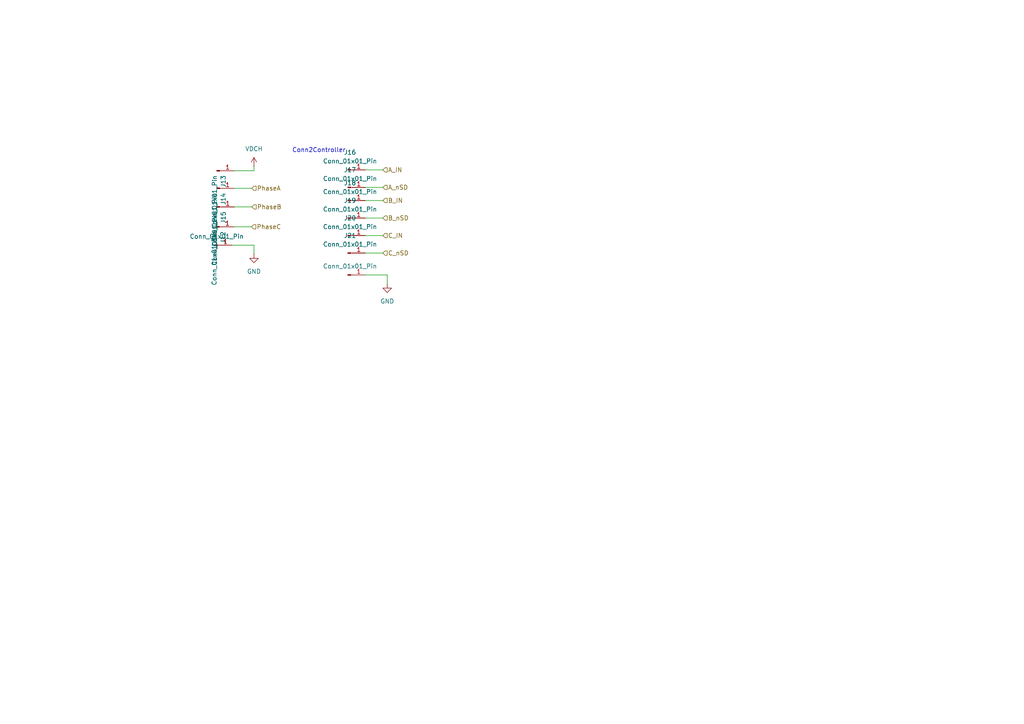
<source format=kicad_sch>
(kicad_sch (version 20250114) (generator "eeschema") (generator_version "9.0")
  (paper "A4")
  (lib_symbols
    (symbol "Connector:Conn_01x01_Pin" (pin_names (offset 1.016) (hide yes))
      (property "Reference" "J" (at 0 2.54 0))
      (property "Value" "Conn_01x01_Pin" (at 0 -2.54 0))
      (symbol "Conn_01x01_Pin_1_1"
        (rectangle (start 0.8636 0.127) (end 0 -0.127) (stroke (width 0.1524)) (fill (type outline)))
        (polyline (pts (xy 1.27 0) (xy 0.8636 0)) (stroke (width 0.1524)))
        (pin passive line (at 5.08 0 180) (length 3.81) (name "Pin_1") (number "1"))
      )
    )
    (symbol "power:GND" (power) (pin_numbers (hide yes)) (pin_names (offset 0) (hide yes))
      (property "Value" "GND" (at 0 -3.81 0))
      (symbol "GND_0_1"
        (polyline (pts (xy 0 0) (xy 0 -1.27) (xy 1.27 -1.27) (xy 0 -2.54) (xy -1.27 -1.27) (xy 0 -1.27)))
      )
      (symbol "GND_1_1"
        (pin power_in line (at 0 0 270) (length 0) (name "~") (number "1"))
      )
    )
    (symbol "power:VAA" (power) (pin_numbers (hide yes)) (pin_names (offset 0) (hide yes))
      (property "Value" "VAA" (at 0 3.556 0))
      (symbol "VAA_0_1"
        (polyline (pts (xy -0.762 1.27) (xy 0 2.54)))
        (polyline (pts (xy 0 2.54) (xy 0.762 1.27)))
        (polyline (pts (xy 0 0) (xy 0 2.54)))
      )
      (symbol "VAA_1_1"
        (pin power_in line (at 0 0 90) (length 0) (name "~") (number "1"))
      )
    )
  )
  (text "Conn2Controller\n" (at 92.5018 43.6856 0) (effects (font (size 1.27 1.27))))
  (wire (pts (xy 112.3138 82.2936) (xy 112.3138 79.7536)))
  (wire (pts (xy 73.66 73.66) (xy 73.66 71.12)))
  (wire (pts (xy 73.0507 60.0107) (xy 67.9707 60.0107)))
  (wire (pts (xy 105.9638 68.3236) (xy 111.0438 68.3236)))
  (wire (pts (xy 73.66 49.53) (xy 67.945 49.53)))
  (wire (pts (xy 105.9638 49.2736) (xy 111.0438 49.2736)))
  (wire (pts (xy 72.9438 65.7836) (xy 67.8638 65.7836)))
  (wire (pts (xy 112.3138 79.7536) (xy 105.9638 79.7536)))
  (wire (pts (xy 105.9638 58.1636) (xy 111.0438 58.1636)))
  (wire (pts (xy 105.9638 73.4036) (xy 111.0438 73.4036)))
  (wire (pts (xy 73.025 54.61) (xy 67.945 54.61)))
  (wire (pts (xy 73.66 48.26) (xy 73.66 49.53)))
  (wire (pts (xy 105.9638 63.2436) (xy 111.0438 63.2436)))
  (wire (pts (xy 73.66 71.12) (xy 67.31 71.12)))
  (wire (pts (xy 105.9638 54.3536) (xy 111.0438 54.3536)))
  (hierarchical_label "B_nSD" (shape input) (at 111.0438 63.2436 0))
  (hierarchical_label "A_IN" (shape input) (at 111.0438 49.2736 0))
  (hierarchical_label "PhaseC" (shape input) (at 72.9438 65.7836 0))
  (hierarchical_label "C_nSD" (shape input) (at 111.0438 73.4036 0))
  (hierarchical_label "PhaseB" (shape input) (at 73.0507 60.0107 0))
  (hierarchical_label "A_nSD" (shape input) (at 111.0438 54.3536 0))
  (hierarchical_label "PhaseA" (shape input) (at 73.025 54.61 0))
  (hierarchical_label "B_IN" (shape input) (at 111.0438 58.1636 0))
  (hierarchical_label "C_IN" (shape input) (at 111.0438 68.3236 0))
  (symbol (lib_id "Connector:Conn_01x01_Pin") (at 100.8838 73.4036 0) (unit 1)
    (property "Reference" "J21" (at 101.5188 68.3236 0))
    (property "Value" "Conn_01x01_Pin" (at 101.5188 70.8636 0))
    (property "Footprint" "LibMain:WirePad_2.5x5" (effects (hide yes)))
    (property "Description" "Generic connector, single row, 01x01, script generated" (effects (hide yes)))
    (instances (project "OpenPowerModule" (path "" (reference "J21") (unit 1))) (project "ControllerInterface" (path "" (reference "J12") (unit 1))))
  )
  (symbol (lib_id "Connector:Conn_01x01_Pin") (at 62.8907 60.0107 0) (unit 1)
    (property "Reference" "J15" (at 64.7958 61.2807 90) (effects (justify right)))
    (property "Value" "Conn_01x01_Pin" (at 62.2558 61.2807 90) (effects (justify right)))
    (property "Footprint" "LibMain:WirePad_2.5x5" (effects (hide yes)))
    (property "Description" "Generic connector, single row, 01x01, script generated" (effects (hide yes)))
    (instances (project "OpenPowerModule" (path "" (reference "J15") (unit 1))) (project "ControllerInterface" (path "" (reference "J6") (unit 1))))
  )
  (symbol (lib_id "Connector:Conn_01x01_Pin") (at 100.8838 68.3236 0) (unit 1)
    (property "Reference" "J20" (at 101.5188 63.2436 0))
    (property "Value" "Conn_01x01_Pin" (at 101.5188 65.7836 0))
    (property "Footprint" "LibMain:WirePad_2.5x5" (effects (hide yes)))
    (property "Description" "Generic connector, single row, 01x01, script generated" (effects (hide yes)))
    (instances (project "OpenPowerModule" (path "" (reference "J20") (unit 1))) (project "ControllerInterface" (path "" (reference "J11") (unit 1))))
  )
  (symbol (lib_id "power:GND") (at 73.66 73.66 0) (mirror y) (unit 1)
    (property "Reference" "#PWR036" (effects (hide yes)))
    (property "Value" "GND" (at 73.66 78.74 0))
    (property "Description" "Power symbol creates a global label with name \"GND\" , ground" (effects (hide yes)))
    (instances (project "OpenPowerModule" (path "" (reference "#PWR036") (unit 1))) (project "ControllerInterface" (path "" (reference "#PWR037") (unit 1))))
  )
  (symbol (lib_id "power:VAA") (at 73.66 48.26 0) (unit 1)
    (property "Reference" "#PWR035" (effects (hide yes)))
    (property "Value" "VDCH" (at 73.66 43.18 0))
    (property "Description" "Power symbol creates a global label with name \"VAA\"" (effects (hide yes)))
    (instances (project "OpenPowerModule" (path "" (reference "#PWR035") (unit 1))) (project "ControllerInterface" (path "" (reference "#PWR036") (unit 1))))
  )
  (symbol (lib_id "Connector:Conn_01x01_Pin") (at 100.8838 49.2736 0) (unit 1)
    (property "Reference" "J16" (at 101.5188 44.1936 0))
    (property "Value" "Conn_01x01_Pin" (at 101.5188 46.7336 0))
    (property "Footprint" "LibMain:WirePad_2.5x5" (effects (hide yes)))
    (property "Description" "Generic connector, single row, 01x01, script generated" (effects (hide yes)))
    (instances (project "OpenPowerModule" (path "" (reference "J16") (unit 1))) (project "ControllerInterface" (path "" (reference "J7") (unit 1))))
  )
  (symbol (lib_id "Connector:Conn_01x01_Pin") (at 100.8838 58.1636 0) (unit 1)
    (property "Reference" "J18" (at 101.5188 53.0836 0))
    (property "Value" "Conn_01x01_Pin" (at 101.5188 55.6236 0))
    (property "Footprint" "LibMain:WirePad_2.5x5" (effects (hide yes)))
    (property "Description" "Generic connector, single row, 01x01, script generated" (effects (hide yes)))
    (instances (project "OpenPowerModule" (path "" (reference "J18") (unit 1))) (project "ControllerInterface" (path "" (reference "J9") (unit 1))))
  )
  (symbol (lib_id "Connector:Conn_01x01_Pin") (at 100.8838 63.2436 0) (unit 1)
    (property "Reference" "J19" (at 101.5188 58.1636 0))
    (property "Value" "Conn_01x01_Pin" (at 101.5188 60.7036 0))
    (property "Footprint" "LibMain:WirePad_2.5x5" (effects (hide yes)))
    (property "Description" "Generic connector, single row, 01x01, script generated" (effects (hide yes)))
    (instances (project "OpenPowerModule" (path "" (reference "J19") (unit 1))) (project "ControllerInterface" (path "" (reference "J10") (unit 1))))
  )
  (symbol (lib_id "Connector:Conn_01x01_Pin") (at 62.7838 65.7836 0) (unit 1)
    (property "Reference" "J12" (at 64.6889 67.0536 90) (effects (justify right)))
    (property "Value" "Conn_01x01_Pin" (at 62.1489 67.0536 90) (effects (justify right)))
    (property "Footprint" "LibMain:WirePad_2.5x5" (effects (hide yes)))
    (property "Description" "Generic connector, single row, 01x01, script generated" (effects (hide yes)))
    (instances (project "OpenPowerModule" (path "" (reference "J12") (unit 1))) (project "ControllerInterface" (path "" (reference "J3") (unit 1))))
  )
  (symbol (lib_id "Connector:Conn_01x01_Pin") (at 100.8838 79.7536 0) (unit 1)
    (property "Reference" "J22" (effects (hide yes)))
    (property "Value" "Conn_01x01_Pin" (at 101.5188 77.2136 0))
    (property "Footprint" "LibMain:WirePad_2.5x5" (effects (hide yes)))
    (property "Description" "Generic connector, single row, 01x01, script generated" (effects (hide yes)))
    (instances (project "OpenPowerModule" (path "" (reference "J22") (unit 1))) (project "ControllerInterface" (path "" (reference "J13") (unit 1))))
  )
  (symbol (lib_id "Connector:Conn_01x01_Pin") (at 62.865 49.53 0) (unit 1)
    (property "Reference" "J13" (at 64.7701 50.8 90) (effects (justify right)))
    (property "Value" "Conn_01x01_Pin" (at 62.2301 50.8 90) (effects (justify right)))
    (property "Footprint" "LibMain:WirePad_2.5x5" (effects (hide yes)))
    (property "Description" "Generic connector, single row, 01x01, script generated" (effects (hide yes)))
    (instances (project "OpenPowerModule" (path "" (reference "J13") (unit 1))) (project "ControllerInterface" (path "" (reference "J4") (unit 1))))
  )
  (symbol (lib_id "Connector:Conn_01x01_Pin") (at 100.8838 54.3536 0) (unit 1)
    (property "Reference" "J17" (at 101.5188 49.2736 0))
    (property "Value" "Conn_01x01_Pin" (at 101.5188 51.8136 0))
    (property "Footprint" "LibMain:WirePad_2.5x5" (effects (hide yes)))
    (property "Description" "Generic connector, single row, 01x01, script generated" (effects (hide yes)))
    (instances (project "OpenPowerModule" (path "" (reference "J17") (unit 1))) (project "ControllerInterface" (path "" (reference "J8") (unit 1))))
  )
  (symbol (lib_id "power:GND") (at 112.3138 82.2936 0) (mirror y) (unit 1)
    (property "Reference" "#PWR037" (effects (hide yes)))
    (property "Value" "GND" (at 112.3138 87.3736 0))
    (property "Description" "Power symbol creates a global label with name \"GND\" , ground" (effects (hide yes)))
    (instances (project "OpenPowerModule" (path "" (reference "#PWR037") (unit 1))) (project "ControllerInterface" (path "" (reference "#PWR038") (unit 1))))
  )
  (symbol (lib_id "Connector:Conn_01x01_Pin") (at 62.865 54.61 0) (unit 1)
    (property "Reference" "J14" (at 64.7701 55.88 90) (effects (justify right)))
    (property "Value" "Conn_01x01_Pin" (at 62.2301 55.88 90) (effects (justify right)))
    (property "Footprint" "LibMain:WirePad_2.5x5" (effects (hide yes)))
    (property "Description" "Generic connector, single row, 01x01, script generated" (effects (hide yes)))
    (instances (project "OpenPowerModule" (path "" (reference "J14") (unit 1))) (project "ControllerInterface" (path "" (reference "J5") (unit 1))))
  )
  (symbol (lib_id "Connector:Conn_01x01_Pin") (at 62.23 71.12 0) (unit 1)
    (property "Reference" "J11" (effects (hide yes)))
    (property "Value" "Conn_01x01_Pin" (at 62.865 68.58 0))
    (property "Footprint" "LibMain:WirePad_2.5x5" (effects (hide yes)))
    (property "Description" "Generic connector, single row, 01x01, script generated" (effects (hide yes)))
    (instances (project "OpenPowerModule" (path "" (reference "J11") (unit 1))) (project "ControllerInterface" (path "" (reference "J2") (unit 1))))
  )
)
</source>
